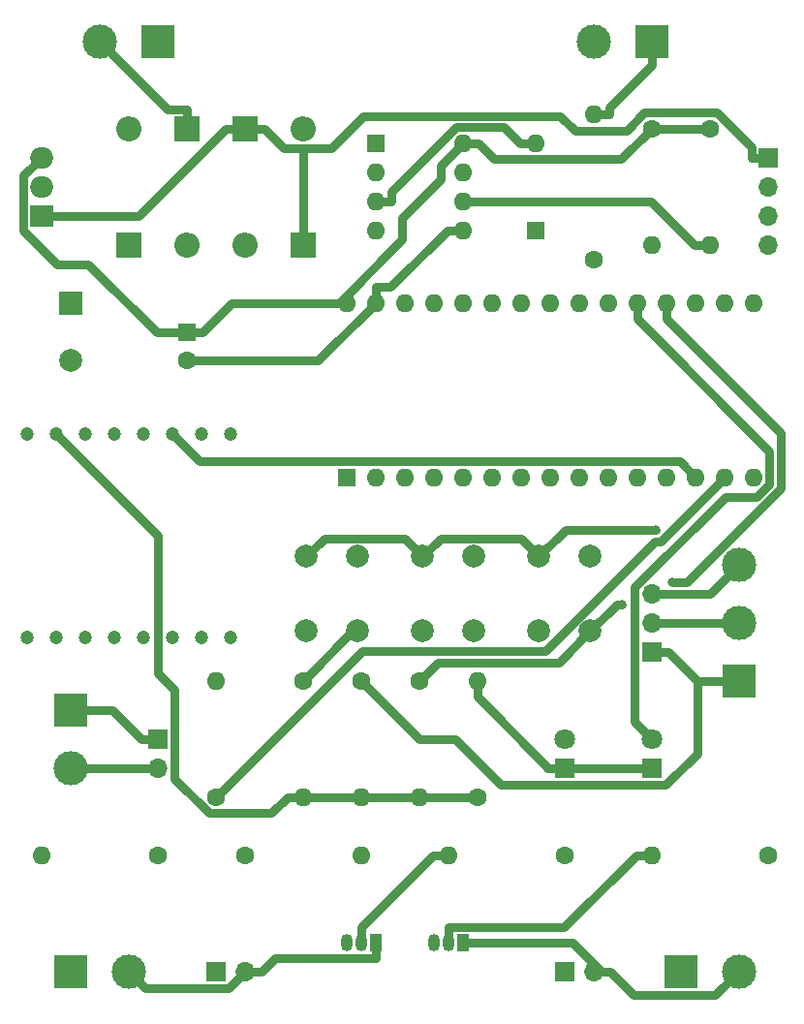
<source format=gbr>
%TF.GenerationSoftware,KiCad,Pcbnew,(6.0.6)*%
%TF.CreationDate,2023-11-02T23:17:45+01:00*%
%TF.ProjectId,DA02,44413032-2e6b-4696-9361-645f70636258,1.0*%
%TF.SameCoordinates,Original*%
%TF.FileFunction,Copper,L2,Bot*%
%TF.FilePolarity,Positive*%
%FSLAX46Y46*%
G04 Gerber Fmt 4.6, Leading zero omitted, Abs format (unit mm)*
G04 Created by KiCad (PCBNEW (6.0.6)) date 2023-11-02 23:17:45*
%MOMM*%
%LPD*%
G01*
G04 APERTURE LIST*
%TA.AperFunction,ComponentPad*%
%ADD10C,1.600000*%
%TD*%
%TA.AperFunction,ComponentPad*%
%ADD11O,1.600000X1.600000*%
%TD*%
%TA.AperFunction,ComponentPad*%
%ADD12R,2.200000X2.200000*%
%TD*%
%TA.AperFunction,ComponentPad*%
%ADD13O,2.200000X2.200000*%
%TD*%
%TA.AperFunction,ComponentPad*%
%ADD14R,1.050000X1.500000*%
%TD*%
%TA.AperFunction,ComponentPad*%
%ADD15O,1.050000X1.500000*%
%TD*%
%TA.AperFunction,ComponentPad*%
%ADD16R,1.600000X1.600000*%
%TD*%
%TA.AperFunction,ComponentPad*%
%ADD17R,1.700000X1.700000*%
%TD*%
%TA.AperFunction,ComponentPad*%
%ADD18O,1.700000X1.700000*%
%TD*%
%TA.AperFunction,ComponentPad*%
%ADD19R,2.000000X2.000000*%
%TD*%
%TA.AperFunction,ComponentPad*%
%ADD20C,2.000000*%
%TD*%
%TA.AperFunction,ComponentPad*%
%ADD21R,2.000000X1.905000*%
%TD*%
%TA.AperFunction,ComponentPad*%
%ADD22O,2.000000X1.905000*%
%TD*%
%TA.AperFunction,ComponentPad*%
%ADD23R,3.000000X3.000000*%
%TD*%
%TA.AperFunction,ComponentPad*%
%ADD24C,3.000000*%
%TD*%
%TA.AperFunction,ComponentPad*%
%ADD25C,1.200000*%
%TD*%
%TA.AperFunction,ComponentPad*%
%ADD26R,1.800000X1.800000*%
%TD*%
%TA.AperFunction,ComponentPad*%
%ADD27C,1.800000*%
%TD*%
%TA.AperFunction,ViaPad*%
%ADD28C,0.800000*%
%TD*%
%TA.AperFunction,Conductor*%
%ADD29C,0.750000*%
%TD*%
G04 APERTURE END LIST*
D10*
%TO.P,R10,1*%
%TO.N,FIREPLACE*%
X66040000Y-93980000D03*
D11*
%TO.P,R10,2*%
%TO.N,Net-(Q1-Pad2)*%
X55880000Y-93980000D03*
%TD*%
D12*
%TO.P,D4,1,K*%
%TO.N,Net-(D3-Pad2)*%
X33020000Y-30480000D03*
D13*
%TO.P,D4,2,A*%
%TO.N,GND*%
X33020000Y-40640000D03*
%TD*%
D14*
%TO.P,Q2,1,C*%
%TO.N,Net-(J8-Pad2)*%
X57150000Y-101600000D03*
D15*
%TO.P,Q2,2,B*%
%TO.N,Net-(Q2-Pad2)*%
X55880000Y-101600000D03*
%TO.P,Q2,3,E*%
%TO.N,GND*%
X54610000Y-101600000D03*
%TD*%
D16*
%TO.P,U2,1,NC*%
%TO.N,unconnected-(U2-Pad1)*%
X49540000Y-31760000D03*
D11*
%TO.P,U2,2,A*%
%TO.N,Net-(D5-Pad1)*%
X49540000Y-34300000D03*
%TO.P,U2,3,C*%
%TO.N,Net-(D5-Pad2)*%
X49540000Y-36840000D03*
%TO.P,U2,4*%
%TO.N,N/C*%
X49540000Y-39380000D03*
%TO.P,U2,5,GND*%
%TO.N,GND*%
X57160000Y-39380000D03*
%TO.P,U2,6,VO*%
%TO.N,DCC*%
X57160000Y-36840000D03*
%TO.P,U2,7,EN*%
%TO.N,Net-(R2-Pad2)*%
X57160000Y-34300000D03*
%TO.P,U2,8,VCC*%
%TO.N,+5V*%
X57160000Y-31760000D03*
%TD*%
D17*
%TO.P,J6,1,Pin_1*%
%TO.N,Net-(J6-Pad1)*%
X35560000Y-104140000D03*
D18*
%TO.P,J6,2,Pin_2*%
%TO.N,Net-(J6-Pad2)*%
X38100000Y-104140000D03*
%TD*%
D17*
%TO.P,J4,1,Pin_1*%
%TO.N,SW_ANIMATION_A*%
X73660000Y-76200000D03*
D18*
%TO.P,J4,2,Pin_2*%
%TO.N,+5V*%
X73660000Y-73660000D03*
%TO.P,J4,3,Pin_3*%
%TO.N,SW_ANIMATION_B*%
X73660000Y-71120000D03*
%TD*%
D10*
%TO.P,R4,1*%
%TO.N,SW_MODE*%
X43180000Y-78740000D03*
D11*
%TO.P,R4,2*%
%TO.N,GND*%
X43180000Y-88900000D03*
%TD*%
D17*
%TO.P,J8,1,Pin_1*%
%TO.N,VCC*%
X66040000Y-104140000D03*
D18*
%TO.P,J8,2,Pin_2*%
%TO.N,Net-(J8-Pad2)*%
X68580000Y-104140000D03*
%TD*%
D16*
%TO.P,A1,1,D1/TX*%
%TO.N,Net-(A1-Pad1)*%
X46990000Y-60950000D03*
D11*
%TO.P,A1,2,D0/RX*%
%TO.N,Net-(A1-Pad2)*%
X49530000Y-60950000D03*
%TO.P,A1,3,~{RESET}*%
%TO.N,unconnected-(A1-Pad3)*%
X52070000Y-60950000D03*
%TO.P,A1,4,GND*%
%TO.N,unconnected-(A1-Pad4)*%
X54610000Y-60950000D03*
%TO.P,A1,5,D2*%
%TO.N,DCC*%
X57150000Y-60950000D03*
%TO.P,A1,6,D3*%
%TO.N,SW_MODE*%
X59690000Y-60950000D03*
%TO.P,A1,7,D4*%
%TO.N,SW_ANIMATION_A*%
X62230000Y-60950000D03*
%TO.P,A1,8,D5*%
%TO.N,SW_ANIMATION_B*%
X64770000Y-60950000D03*
%TO.P,A1,9,D6*%
%TO.N,FIREPLACE*%
X67310000Y-60950000D03*
%TO.P,A1,10,D7*%
%TO.N,ENVIL*%
X69850000Y-60950000D03*
%TO.P,A1,11,D8*%
%TO.N,unconnected-(A1-Pad11)*%
X72390000Y-60950000D03*
%TO.P,A1,12,D9*%
%TO.N,unconnected-(A1-Pad12)*%
X74930000Y-60950000D03*
%TO.P,A1,13,D10*%
%TO.N,DFP_RX*%
X77470000Y-60950000D03*
%TO.P,A1,14,D11*%
%TO.N,DFP_TX*%
X80010000Y-60950000D03*
%TO.P,A1,15,D12*%
%TO.N,unconnected-(A1-Pad15)*%
X82550000Y-60950000D03*
%TO.P,A1,16,D13*%
%TO.N,unconnected-(A1-Pad16)*%
X82550000Y-45710000D03*
%TO.P,A1,17,3V3*%
%TO.N,unconnected-(A1-Pad17)*%
X80010000Y-45710000D03*
%TO.P,A1,18,AREF*%
%TO.N,unconnected-(A1-Pad18)*%
X77470000Y-45710000D03*
%TO.P,A1,19,A0*%
%TO.N,LED_STATE_A*%
X74930000Y-45710000D03*
%TO.P,A1,20,A1*%
%TO.N,LED_STATE_B*%
X72390000Y-45710000D03*
%TO.P,A1,21,A2*%
%TO.N,unconnected-(A1-Pad21)*%
X69850000Y-45710000D03*
%TO.P,A1,22,A3*%
%TO.N,unconnected-(A1-Pad22)*%
X67310000Y-45710000D03*
%TO.P,A1,23,A4*%
%TO.N,unconnected-(A1-Pad23)*%
X64770000Y-45710000D03*
%TO.P,A1,24,A5*%
%TO.N,unconnected-(A1-Pad24)*%
X62230000Y-45710000D03*
%TO.P,A1,25,A6*%
%TO.N,unconnected-(A1-Pad25)*%
X59690000Y-45710000D03*
%TO.P,A1,26,A7*%
%TO.N,unconnected-(A1-Pad26)*%
X57150000Y-45710000D03*
%TO.P,A1,27,+5V*%
%TO.N,unconnected-(A1-Pad27)*%
X54610000Y-45710000D03*
%TO.P,A1,28,~{RESET}*%
%TO.N,unconnected-(A1-Pad28)*%
X52070000Y-45710000D03*
%TO.P,A1,29,GND*%
%TO.N,GND*%
X49530000Y-45710000D03*
%TO.P,A1,30,VIN*%
%TO.N,+5V*%
X46990000Y-45710000D03*
%TD*%
D12*
%TO.P,D2,1,K*%
%TO.N,Net-(D1-Pad2)*%
X27940000Y-40640000D03*
D13*
%TO.P,D2,2,A*%
%TO.N,GND*%
X27940000Y-30480000D03*
%TD*%
D19*
%TO.P,C1,1*%
%TO.N,VCC*%
X22860000Y-45720000D03*
D20*
%TO.P,C1,2*%
%TO.N,GND*%
X22860000Y-50720000D03*
%TD*%
%TO.P,SW2,1,1*%
%TO.N,+5V*%
X53630000Y-67870000D03*
X53630000Y-74370000D03*
%TO.P,SW2,2,2*%
%TO.N,SW_ANIMATION_A*%
X58130000Y-67870000D03*
X58130000Y-74370000D03*
%TD*%
D10*
%TO.P,R8,1*%
%TO.N,+5V*%
X30480000Y-93980000D03*
D11*
%TO.P,R8,2*%
%TO.N,Net-(J6-Pad1)*%
X20320000Y-93980000D03*
%TD*%
D10*
%TO.P,R6,1*%
%TO.N,SW_ANIMATION_B*%
X53340000Y-78740000D03*
D11*
%TO.P,R6,2*%
%TO.N,GND*%
X53340000Y-88900000D03*
%TD*%
D21*
%TO.P,U1,1,VI*%
%TO.N,VCC*%
X20320000Y-38100000D03*
D22*
%TO.P,U1,2,GND*%
%TO.N,GND*%
X20320000Y-35560000D03*
%TO.P,U1,3,VO*%
%TO.N,+5V*%
X20320000Y-33020000D03*
%TD*%
D10*
%TO.P,R7,1*%
%TO.N,GND*%
X58420000Y-88900000D03*
D11*
%TO.P,R7,2*%
%TO.N,Net-(D6-Pad1)*%
X58420000Y-78740000D03*
%TD*%
D17*
%TO.P,J11,1,Pin_1*%
%TO.N,Net-(J10-Pad1)*%
X30480000Y-83820000D03*
D18*
%TO.P,J11,2,Pin_2*%
%TO.N,Net-(J10-Pad2)*%
X30480000Y-86360000D03*
%TD*%
D16*
%TO.P,C2,1*%
%TO.N,+5V*%
X33020000Y-48260000D03*
D10*
%TO.P,C2,2*%
%TO.N,GND*%
X33020000Y-50760000D03*
%TD*%
%TO.P,R5,1*%
%TO.N,SW_ANIMATION_A*%
X48260000Y-78740000D03*
D11*
%TO.P,R5,2*%
%TO.N,GND*%
X48260000Y-88900000D03*
%TD*%
D23*
%TO.P,J10,1,Pin_1*%
%TO.N,Net-(J10-Pad1)*%
X22860000Y-81280000D03*
D24*
%TO.P,J10,2,Pin_2*%
%TO.N,Net-(J10-Pad2)*%
X22860000Y-86360000D03*
%TD*%
D17*
%TO.P,J5,1,Pin_1*%
%TO.N,VCC*%
X83820000Y-33020000D03*
D18*
%TO.P,J5,2,Pin_2*%
%TO.N,Net-(A1-Pad2)*%
X83820000Y-35560000D03*
%TO.P,J5,3,Pin_3*%
%TO.N,Net-(A1-Pad1)*%
X83820000Y-38100000D03*
%TO.P,J5,4,Pin_4*%
%TO.N,GND*%
X83820000Y-40640000D03*
%TD*%
D25*
%TO.P,U3,1,VCC*%
%TO.N,+5V*%
X36830000Y-57150000D03*
%TO.P,U3,2,RX*%
%TO.N,Net-(R12-Pad2)*%
X34290000Y-57150000D03*
%TO.P,U3,3,TX*%
%TO.N,DFP_RX*%
X31750000Y-57150000D03*
%TO.P,U3,4,DAC_R*%
%TO.N,unconnected-(U3-Pad4)*%
X29210000Y-57150000D03*
%TO.P,U3,5,DAC_L*%
%TO.N,unconnected-(U3-Pad5)*%
X26670000Y-57150000D03*
%TO.P,U3,6,SPK1*%
%TO.N,Net-(J10-Pad1)*%
X24130000Y-57150000D03*
%TO.P,U3,7,GND*%
%TO.N,GND*%
X21590000Y-57150000D03*
%TO.P,U3,8,SPK2*%
%TO.N,Net-(J10-Pad2)*%
X19050000Y-57150000D03*
%TO.P,U3,9,IO_1*%
%TO.N,unconnected-(U3-Pad9)*%
X19050000Y-74930000D03*
%TO.P,U3,10,GND*%
%TO.N,unconnected-(U3-Pad10)*%
X21590000Y-74930000D03*
%TO.P,U3,11,IO_2*%
%TO.N,unconnected-(U3-Pad11)*%
X24130000Y-74930000D03*
%TO.P,U3,12,ADKEY1*%
%TO.N,unconnected-(U3-Pad12)*%
X26670000Y-74930000D03*
%TO.P,U3,13,ADKEY2*%
%TO.N,unconnected-(U3-Pad13)*%
X29210000Y-74930000D03*
%TO.P,U3,14,USB+*%
%TO.N,unconnected-(U3-Pad14)*%
X31750000Y-74930000D03*
%TO.P,U3,15,USB-*%
%TO.N,unconnected-(U3-Pad15)*%
X34290000Y-74930000D03*
%TO.P,U3,16,BUSY*%
%TO.N,unconnected-(U3-Pad16)*%
X36830000Y-74930000D03*
%TD*%
D20*
%TO.P,SW3,1,1*%
%TO.N,+5V*%
X63790000Y-67870000D03*
X63790000Y-74370000D03*
%TO.P,SW3,2,2*%
%TO.N,SW_ANIMATION_B*%
X68290000Y-67870000D03*
X68290000Y-74370000D03*
%TD*%
D23*
%TO.P,J7,1,Pin_1*%
%TO.N,Net-(J6-Pad1)*%
X22860000Y-104140000D03*
D24*
%TO.P,J7,2,Pin_2*%
%TO.N,Net-(J6-Pad2)*%
X27940000Y-104140000D03*
%TD*%
D10*
%TO.P,R9,1*%
%TO.N,Net-(J6-Pad1)*%
X38100000Y-93980000D03*
D11*
%TO.P,R9,2*%
%TO.N,GND*%
X48260000Y-93980000D03*
%TD*%
D20*
%TO.P,SW1,1,1*%
%TO.N,+5V*%
X43470000Y-74370000D03*
X43470000Y-67870000D03*
%TO.P,SW1,2,2*%
%TO.N,SW_MODE*%
X47970000Y-67870000D03*
X47970000Y-74370000D03*
%TD*%
D26*
%TO.P,D6,1,K*%
%TO.N,Net-(D6-Pad1)*%
X66040000Y-86360000D03*
D27*
%TO.P,D6,2,A*%
%TO.N,LED_STATE_A*%
X66040000Y-83820000D03*
%TD*%
D14*
%TO.P,Q1,1,C*%
%TO.N,Net-(J6-Pad2)*%
X49530000Y-101600000D03*
D15*
%TO.P,Q1,2,B*%
%TO.N,Net-(Q1-Pad2)*%
X48260000Y-101600000D03*
%TO.P,Q1,3,E*%
%TO.N,GND*%
X46990000Y-101600000D03*
%TD*%
D16*
%TO.P,D5,1,K*%
%TO.N,Net-(D5-Pad1)*%
X63500000Y-39370000D03*
D11*
%TO.P,D5,2,A*%
%TO.N,Net-(D5-Pad2)*%
X63500000Y-31750000D03*
%TD*%
D10*
%TO.P,R12,1*%
%TO.N,DFP_TX*%
X35560000Y-88900000D03*
D11*
%TO.P,R12,2*%
%TO.N,Net-(R12-Pad2)*%
X35560000Y-78740000D03*
%TD*%
D12*
%TO.P,D1,1,K*%
%TO.N,VCC*%
X43180000Y-40640000D03*
D13*
%TO.P,D1,2,A*%
%TO.N,Net-(D1-Pad2)*%
X43180000Y-30480000D03*
%TD*%
D23*
%TO.P,J9,1,Pin_1*%
%TO.N,VCC*%
X76200000Y-104140000D03*
D24*
%TO.P,J9,2,Pin_2*%
%TO.N,Net-(J8-Pad2)*%
X81280000Y-104140000D03*
%TD*%
D10*
%TO.P,R1,1*%
%TO.N,Net-(D5-Pad1)*%
X68580000Y-41910000D03*
D11*
%TO.P,R1,2*%
%TO.N,Net-(J2-Pad1)*%
X68580000Y-29210000D03*
%TD*%
D10*
%TO.P,R2,1*%
%TO.N,+5V*%
X73660000Y-30480000D03*
D11*
%TO.P,R2,2*%
%TO.N,Net-(R2-Pad2)*%
X73660000Y-40640000D03*
%TD*%
D12*
%TO.P,D3,1,K*%
%TO.N,VCC*%
X38100000Y-30480000D03*
D13*
%TO.P,D3,2,A*%
%TO.N,Net-(D3-Pad2)*%
X38100000Y-40640000D03*
%TD*%
D26*
%TO.P,D7,1,K*%
%TO.N,Net-(D6-Pad1)*%
X73660000Y-86360000D03*
D27*
%TO.P,D7,2,A*%
%TO.N,LED_STATE_B*%
X73660000Y-83820000D03*
%TD*%
D10*
%TO.P,R11,1*%
%TO.N,ENVIL*%
X83820000Y-93980000D03*
D11*
%TO.P,R11,2*%
%TO.N,Net-(Q2-Pad2)*%
X73660000Y-93980000D03*
%TD*%
D23*
%TO.P,J1,1,Pin_1*%
%TO.N,Net-(D1-Pad2)*%
X30480000Y-22860000D03*
D24*
%TO.P,J1,2,Pin_2*%
%TO.N,Net-(D3-Pad2)*%
X25400000Y-22860000D03*
%TD*%
D23*
%TO.P,J3,1,Pin_1*%
%TO.N,SW_ANIMATION_A*%
X81280000Y-78740000D03*
D24*
%TO.P,J3,2,Pin_2*%
%TO.N,+5V*%
X81280000Y-73660000D03*
%TO.P,J3,3,Pin_3*%
%TO.N,SW_ANIMATION_B*%
X81280000Y-68580000D03*
%TD*%
D23*
%TO.P,J2,1,Pin_1*%
%TO.N,Net-(J2-Pad1)*%
X73660000Y-22860000D03*
D24*
%TO.P,J2,2,Pin_2*%
%TO.N,Net-(D5-Pad2)*%
X68580000Y-22860000D03*
%TD*%
D10*
%TO.P,R3,1*%
%TO.N,+5V*%
X78740000Y-30480000D03*
D11*
%TO.P,R3,2*%
%TO.N,DCC*%
X78740000Y-40640000D03*
%TD*%
D28*
%TO.N,SW_ANIMATION_B*%
X71028800Y-72046500D03*
%TO.N,LED_STATE_A*%
X75466400Y-70129800D03*
%TO.N,+5V*%
X73976500Y-65556600D03*
%TD*%
D29*
%TO.N,SW_ANIMATION_A*%
X73660000Y-76200000D02*
X75086900Y-76200000D01*
X77626900Y-85085300D02*
X74863400Y-87848800D01*
X74863400Y-87848800D02*
X60503700Y-87848800D01*
X56474900Y-83820000D02*
X53340000Y-83820000D01*
X81280000Y-78740000D02*
X77626900Y-78740000D01*
X77626900Y-78740000D02*
X75086900Y-76200000D01*
X53340000Y-83820000D02*
X48260000Y-78740000D01*
X60503700Y-87848800D02*
X56474900Y-83820000D01*
X77626900Y-78740000D02*
X77626900Y-85085300D01*
%TO.N,SW_ANIMATION_B*%
X68290000Y-74370000D02*
X65535200Y-77124800D01*
X75086900Y-71120000D02*
X78740000Y-71120000D01*
X68290000Y-74370000D02*
X70613500Y-72046500D01*
X54955200Y-77124800D02*
X53340000Y-78740000D01*
X65535200Y-77124800D02*
X54955200Y-77124800D01*
X70613500Y-72046500D02*
X71028800Y-72046500D01*
X78740000Y-71120000D02*
X81280000Y-68580000D01*
X73660000Y-71120000D02*
X75086900Y-71120000D01*
%TO.N,DCC*%
X78740000Y-40640000D02*
X77363100Y-40640000D01*
X73563100Y-36840000D02*
X57160000Y-36840000D01*
X77363100Y-40640000D02*
X73563100Y-36840000D01*
%TO.N,DFP_RX*%
X31750000Y-57150000D02*
X34173000Y-59573000D01*
X34173000Y-59573000D02*
X76093000Y-59573000D01*
X76093000Y-59573000D02*
X77470000Y-60950000D01*
%TO.N,SW_MODE*%
X47550000Y-74370000D02*
X43180000Y-78740000D01*
X47970000Y-74370000D02*
X47550000Y-74370000D01*
%TO.N,DFP_TX*%
X80010000Y-60950000D02*
X74426500Y-66533500D01*
X64336700Y-76093200D02*
X48366800Y-76093200D01*
X73896400Y-66533500D02*
X64336700Y-76093200D01*
X48366800Y-76093200D02*
X35560000Y-88900000D01*
X74426500Y-66533500D02*
X73896400Y-66533500D01*
%TO.N,LED_STATE_A*%
X74930000Y-45710000D02*
X74930000Y-47086900D01*
X75466400Y-70129800D02*
X76714000Y-70129800D01*
X84945600Y-57102500D02*
X74930000Y-47086900D01*
X76714000Y-70129800D02*
X84945600Y-61898200D01*
X84945600Y-61898200D02*
X84945600Y-57102500D01*
%TO.N,LED_STATE_B*%
X82827200Y-62647800D02*
X80071500Y-62647800D01*
X72390000Y-47086900D02*
X83949700Y-58646600D01*
X72390000Y-45710000D02*
X72390000Y-47086900D01*
X72173200Y-82333200D02*
X73660000Y-83820000D01*
X83949700Y-61525300D02*
X82827200Y-62647800D01*
X72173200Y-70546100D02*
X72173200Y-82333200D01*
X83949700Y-58646600D02*
X83949700Y-61525300D01*
X80071500Y-62647800D02*
X72173200Y-70546100D01*
%TO.N,GND*%
X30480000Y-78040600D02*
X30480000Y-66040000D01*
X57160000Y-39380000D02*
X55783100Y-39380000D01*
X48260000Y-88900000D02*
X43180000Y-88900000D01*
X43180000Y-88900000D02*
X41803100Y-88900000D01*
X58420000Y-88900000D02*
X53340000Y-88900000D01*
X41803100Y-88900000D02*
X40405500Y-90297600D01*
X31974800Y-79535400D02*
X30480000Y-78040600D01*
X30480000Y-66040000D02*
X21590000Y-57150000D01*
X33020000Y-50760000D02*
X44480000Y-50760000D01*
X49530000Y-44333100D02*
X50830000Y-44333100D01*
X40405500Y-90297600D02*
X34978700Y-90297600D01*
X31974800Y-87293700D02*
X31974800Y-79535400D01*
X53340000Y-88900000D02*
X48260000Y-88900000D01*
X34978700Y-90297600D02*
X31974800Y-87293700D01*
X44480000Y-50760000D02*
X49530000Y-45710000D01*
X50830000Y-44333100D02*
X55783100Y-39380000D01*
X49530000Y-45710000D02*
X49530000Y-44333100D01*
%TO.N,+5V*%
X24435400Y-42315400D02*
X30380000Y-48260000D01*
X51867300Y-38248600D02*
X55207900Y-34908000D01*
X45613100Y-45710000D02*
X36946900Y-45710000D01*
X63790000Y-67870000D02*
X62213100Y-66293100D01*
X62213100Y-66293100D02*
X55206900Y-66293100D01*
X18743100Y-34596900D02*
X18743100Y-39345100D01*
X55207900Y-33712100D02*
X57160000Y-31760000D01*
X55207900Y-34908000D02*
X55207900Y-33712100D01*
X73976500Y-65556600D02*
X66103400Y-65556600D01*
X20320000Y-33020000D02*
X18743100Y-34596900D01*
X81280000Y-73660000D02*
X73660000Y-73660000D01*
X30380000Y-48260000D02*
X33020000Y-48260000D01*
X71003200Y-33136800D02*
X59913700Y-33136800D01*
X55206900Y-66293100D02*
X53630000Y-67870000D01*
X66103400Y-65556600D02*
X63790000Y-67870000D01*
X59913700Y-33136800D02*
X58536900Y-31760000D01*
X52053100Y-66293100D02*
X53630000Y-67870000D01*
X36946900Y-45710000D02*
X34396900Y-48260000D01*
X33020000Y-48260000D02*
X34396900Y-48260000D01*
X43470000Y-67870000D02*
X45046900Y-66293100D01*
X46301600Y-45710000D02*
X45613100Y-45710000D01*
X73660000Y-30480000D02*
X71003200Y-33136800D01*
X57160000Y-31760000D02*
X58536900Y-31760000D01*
X46990000Y-45710000D02*
X46301600Y-45710000D01*
X21713400Y-42315400D02*
X24435400Y-42315400D01*
X78740000Y-30480000D02*
X73660000Y-30480000D01*
X18743100Y-39345100D02*
X21713400Y-42315400D01*
X46301600Y-45710000D02*
X51867300Y-40144300D01*
X45046900Y-66293100D02*
X52053100Y-66293100D01*
X51867300Y-40144300D02*
X51867300Y-38248600D01*
%TO.N,VCC*%
X41498100Y-32201200D02*
X43180000Y-32201200D01*
X38100000Y-30480000D02*
X36423100Y-30480000D01*
X43180000Y-32201200D02*
X45622100Y-32201200D01*
X65664400Y-29373200D02*
X66947200Y-30656000D01*
X48450100Y-29373200D02*
X65664400Y-29373200D01*
X71439000Y-30656000D02*
X73025000Y-29070000D01*
X43180000Y-32201200D02*
X43180000Y-40640000D01*
X28803100Y-38100000D02*
X36423100Y-30480000D01*
X38100000Y-30480000D02*
X39776900Y-30480000D01*
X39776900Y-30480000D02*
X41498100Y-32201200D01*
X20320000Y-38100000D02*
X28803100Y-38100000D01*
X66947200Y-30656000D02*
X71439000Y-30656000D01*
X82393100Y-32128200D02*
X82393100Y-33020000D01*
X73025000Y-29070000D02*
X79334900Y-29070000D01*
X45622100Y-32201200D02*
X48450100Y-29373200D01*
X79334900Y-29070000D02*
X82393100Y-32128200D01*
X83820000Y-33020000D02*
X82393100Y-33020000D01*
%TO.N,Net-(D3-Pad2)*%
X31343100Y-28803100D02*
X33020000Y-28803100D01*
X25400000Y-22860000D02*
X31343100Y-28803100D01*
X33020000Y-30480000D02*
X33020000Y-28803100D01*
%TO.N,Net-(J2-Pad1)*%
X73660000Y-24936900D02*
X69956900Y-28640000D01*
X68580000Y-29210000D02*
X69956900Y-29210000D01*
X73660000Y-22860000D02*
X73660000Y-24936900D01*
X69956900Y-28640000D02*
X69956900Y-29210000D01*
%TO.N,Net-(J6-Pad2)*%
X27940000Y-104140000D02*
X29366900Y-105566900D01*
X49530000Y-102926900D02*
X40740000Y-102926900D01*
X29366900Y-105566900D02*
X36673100Y-105566900D01*
X49530000Y-101600000D02*
X49530000Y-102926900D01*
X36673100Y-105566900D02*
X38100000Y-104140000D01*
X38100000Y-104140000D02*
X39526900Y-104140000D01*
X40740000Y-102926900D02*
X39526900Y-104140000D01*
%TO.N,Net-(J8-Pad2)*%
X79203100Y-106216900D02*
X72083800Y-106216900D01*
X81280000Y-104140000D02*
X79203100Y-106216900D01*
X66753500Y-101600000D02*
X57150000Y-101600000D01*
X72083800Y-106216900D02*
X70006900Y-104140000D01*
X69293500Y-104140000D02*
X66753500Y-101600000D01*
X68580000Y-104140000D02*
X69293500Y-104140000D01*
X69293500Y-104140000D02*
X70006900Y-104140000D01*
%TO.N,Net-(J10-Pad2)*%
X22860000Y-86360000D02*
X30480000Y-86360000D01*
%TO.N,Net-(J10-Pad1)*%
X26513100Y-81280000D02*
X29053100Y-83820000D01*
X30480000Y-83820000D02*
X29053100Y-83820000D01*
X22860000Y-81280000D02*
X26513100Y-81280000D01*
%TO.N,Net-(Q1-Pad2)*%
X54503100Y-94030000D02*
X54503100Y-93980000D01*
X48260000Y-100273100D02*
X54503100Y-94030000D01*
X55880000Y-93980000D02*
X54503100Y-93980000D01*
X48260000Y-101600000D02*
X48260000Y-100273100D01*
%TO.N,Net-(Q2-Pad2)*%
X72283100Y-93980000D02*
X65990000Y-100273100D01*
X65990000Y-100273100D02*
X55880000Y-100273100D01*
X55880000Y-101600000D02*
X55880000Y-100273100D01*
X73660000Y-93980000D02*
X72283100Y-93980000D01*
%TO.N,Net-(D5-Pad2)*%
X49540000Y-36840000D02*
X50916900Y-36840000D01*
X60701700Y-30328600D02*
X56553300Y-30328600D01*
X50916900Y-35965000D02*
X50916900Y-36840000D01*
X63500000Y-31750000D02*
X62123100Y-31750000D01*
X62123100Y-31750000D02*
X60701700Y-30328600D01*
X56553300Y-30328600D02*
X50916900Y-35965000D01*
%TO.N,Net-(D6-Pad1)*%
X64563100Y-86360000D02*
X64563100Y-86260000D01*
X64563100Y-86260000D02*
X58420000Y-80116900D01*
X58420000Y-78740000D02*
X58420000Y-80116900D01*
X73660000Y-86360000D02*
X66040000Y-86360000D01*
X66040000Y-86360000D02*
X64563100Y-86360000D01*
%TD*%
M02*

</source>
